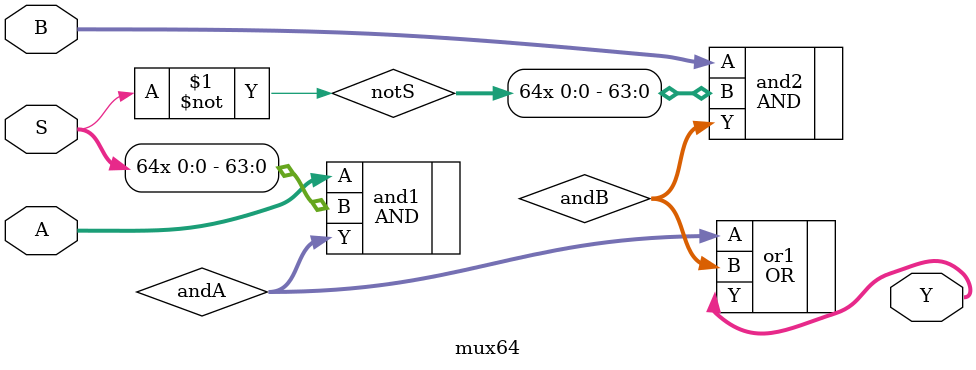
<source format=v>
`ifndef MUX_64_V
`define MUX_64_V
`include "and.v"
`include "or.v"
module mux64 (
    input[63:0] A,
    input[63:0] B,
    input S,
    output [63:0] Y
);
    wire [63:0] andA;
    wire [63:0] andB;
    wire notS;
    
    not(notS, S);
    AND and1(.A(A), .B({64{S}}), .Y(andA));
    AND and2(.A(B), .B({64{notS}}), .Y(andB));
    OR or1(.A(andA), .B(andB), .Y(Y));
endmodule


`endif  
</source>
